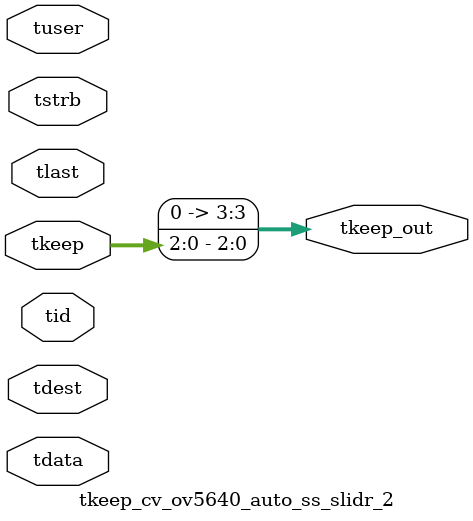
<source format=v>


`timescale 1ps/1ps

module tkeep_cv_ov5640_auto_ss_slidr_2 #
(
parameter C_S_AXIS_TDATA_WIDTH = 32,
parameter C_S_AXIS_TUSER_WIDTH = 0,
parameter C_S_AXIS_TID_WIDTH   = 0,
parameter C_S_AXIS_TDEST_WIDTH = 0,
parameter C_M_AXIS_TDATA_WIDTH = 32
)
(
input  [(C_S_AXIS_TDATA_WIDTH == 0 ? 1 : C_S_AXIS_TDATA_WIDTH)-1:0     ] tdata,
input  [(C_S_AXIS_TUSER_WIDTH == 0 ? 1 : C_S_AXIS_TUSER_WIDTH)-1:0     ] tuser,
input  [(C_S_AXIS_TID_WIDTH   == 0 ? 1 : C_S_AXIS_TID_WIDTH)-1:0       ] tid,
input  [(C_S_AXIS_TDEST_WIDTH == 0 ? 1 : C_S_AXIS_TDEST_WIDTH)-1:0     ] tdest,
input  [(C_S_AXIS_TDATA_WIDTH/8)-1:0 ] tkeep,
input  [(C_S_AXIS_TDATA_WIDTH/8)-1:0 ] tstrb,
input                                                                    tlast,
output [(C_M_AXIS_TDATA_WIDTH/8)-1:0 ] tkeep_out
);

assign tkeep_out = {tkeep[2:0]};

endmodule


</source>
